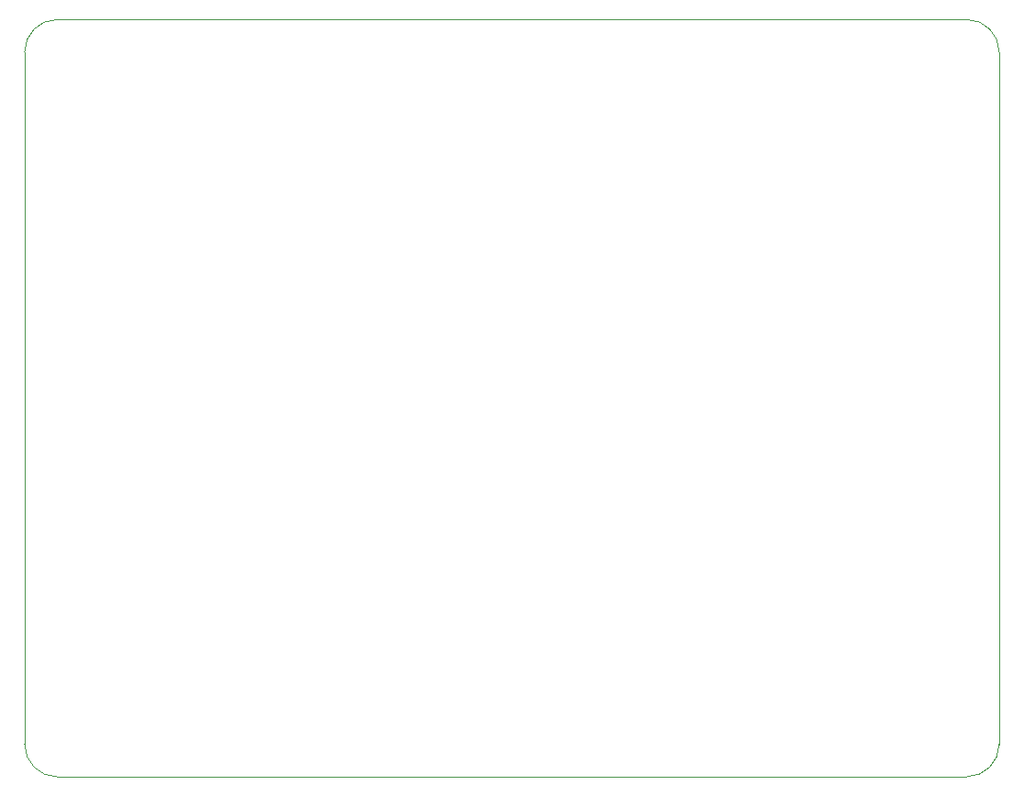
<source format=gbr>
%TF.GenerationSoftware,KiCad,Pcbnew,7.0.11-7.0.11~ubuntu22.04.1*%
%TF.CreationDate,2024-06-03T23:15:10-04:00*%
%TF.ProjectId,GarageDoor,47617261-6765-4446-9f6f-722e6b696361,rev?*%
%TF.SameCoordinates,Original*%
%TF.FileFunction,Profile,NP*%
%FSLAX46Y46*%
G04 Gerber Fmt 4.6, Leading zero omitted, Abs format (unit mm)*
G04 Created by KiCad (PCBNEW 7.0.11-7.0.11~ubuntu22.04.1) date 2024-06-03 23:15:10*
%MOMM*%
%LPD*%
G01*
G04 APERTURE LIST*
%TA.AperFunction,Profile*%
%ADD10C,0.050000*%
%TD*%
G04 APERTURE END LIST*
D10*
X115000000Y-28000000D02*
X115000000Y-92000000D01*
X28000000Y-25000000D02*
G75*
G03*
X25000000Y-28000000I0J-3000000D01*
G01*
X25000000Y-92000000D02*
X25000000Y-28000000D01*
X112000000Y-95000000D02*
G75*
G03*
X115000000Y-92000000I0J3000000D01*
G01*
X25000000Y-92000000D02*
G75*
G03*
X28000000Y-95000000I3000000J0D01*
G01*
X115000000Y-28000000D02*
G75*
G03*
X112000000Y-25000000I-3000000J0D01*
G01*
X28000000Y-25000000D02*
X112000000Y-25000000D01*
X112000000Y-95000000D02*
X28000000Y-95000000D01*
M02*

</source>
